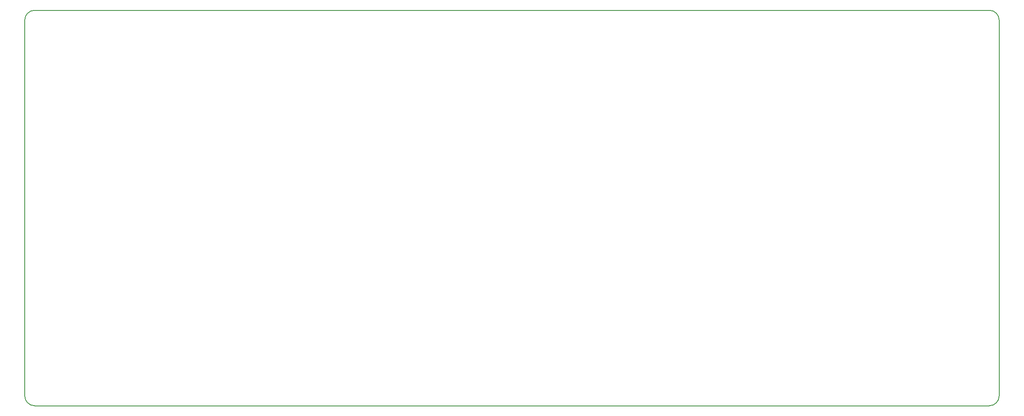
<source format=gbr>
G04 DipTrace 3.0.0.1*
G04 BoardOutline.gbr*
%MOIN*%
G04 #@! TF.FileFunction,Profile*
G04 #@! TF.Part,Single*
%ADD11C,0.005512*%
%FSLAX26Y26*%
G04*
G70*
G90*
G75*
G01*
G04 BoardOutline*
%LPD*%
X472441Y393701D2*
D11*
X8070866D1*
G03X8149606Y472441I16J78724D01*
G01*
Y3464567D1*
G03X8070866Y3543307I-78724J16D01*
G01*
X472441D1*
G03X393701Y3464567I-16J-78724D01*
G01*
Y472441D1*
G03X472441Y393701I78724J-16D01*
G01*
M02*

</source>
